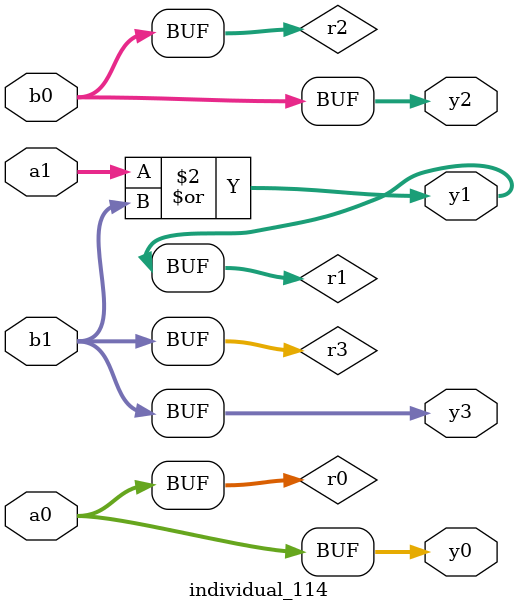
<source format=sv>
module individual_114(input logic [15:0] a1, input logic [15:0] a0, input logic [15:0] b1, input logic [15:0] b0, output logic [15:0] y3, output logic [15:0] y2, output logic [15:0] y1, output logic [15:0] y0);
logic [15:0] r0, r1, r2, r3; 
 always@(*) begin 
	 r0 = a0; r1 = a1; r2 = b0; r3 = b1; 
 	 r1  |=  r3 ;
 	 y3 = r3; y2 = r2; y1 = r1; y0 = r0; 
end
endmodule
</source>
